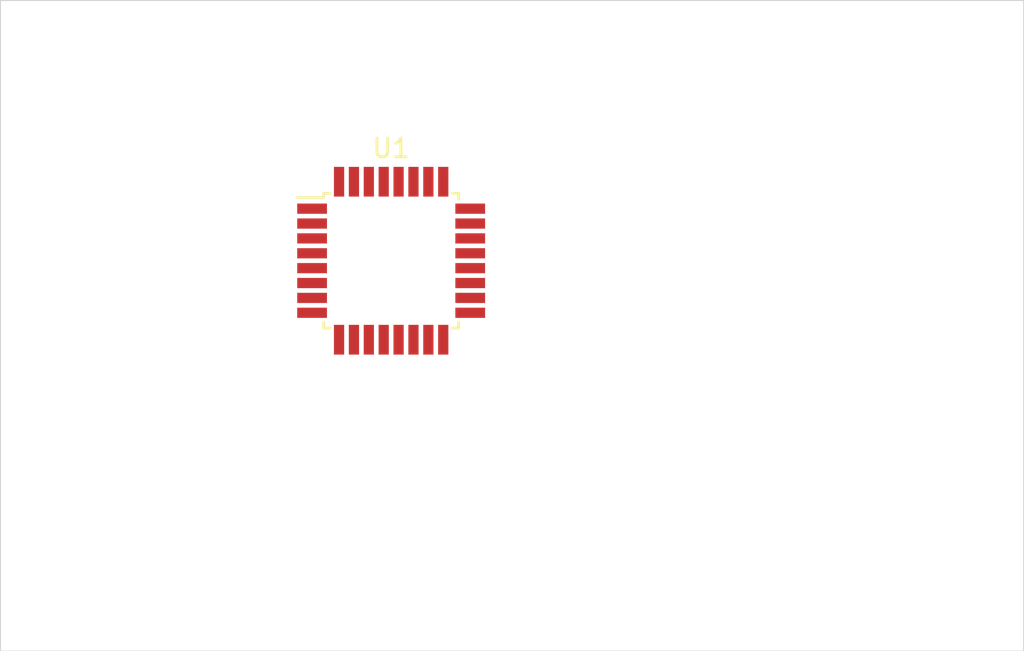
<source format=kicad_pcb>
(kicad_pcb (version 20200512) (host pcbnew "(5.99.0-1662-g9db296991)")

  (general
    (thickness 1.6)
    (drawings 5)
    (tracks 0)
    (modules 1)
    (nets 32)
  )

  (paper "A4")
  (layers
    (0 "F.Cu" signal)
    (31 "B.Cu" signal)
    (32 "B.Adhes" user)
    (33 "F.Adhes" user)
    (34 "B.Paste" user)
    (35 "F.Paste" user)
    (36 "B.SilkS" user)
    (37 "F.SilkS" user)
    (38 "B.Mask" user)
    (39 "F.Mask" user)
    (40 "Dwgs.User" user)
    (41 "Cmts.User" user)
    (42 "Eco1.User" user)
    (43 "Eco2.User" user)
    (44 "Edge.Cuts" user)
    (45 "Margin" user)
    (46 "B.CrtYd" user)
    (47 "F.CrtYd" user)
    (48 "B.Fab" user)
    (49 "F.Fab" user)
  )

  (setup
    (last_trace_width 0.25)
    (trace_clearance 0.2)
    (zone_clearance 0.508)
    (zone_45_only no)
    (trace_min 0.2)
    (clearance_min 0)
    (via_min_annulus 0.05)
    (via_min_size 0.4)
    (through_hole_min 0.3)
    (via_size 0.8)
    (via_drill 0.4)
    (uvia_size 0.3)
    (uvia_drill 0.1)
    (uvias_allowed no)
    (uvia_min_size 0.2)
    (uvia_min_drill 0.1)
    (max_error 0.005)
    (defaults
      (edge_clearance 0.01)
      (edge_cuts_line_width 0.05)
      (courtyard_line_width 0.05)
      (copper_line_width 0.2)
      (copper_text_dims (size 1.5 1.5) (thickness 0.3))
      (silk_line_width 0.12)
      (silk_text_dims (size 1 1) (thickness 0.15))
      (fab_layers_line_width 0.1)
      (fab_layers_text_dims (size 1 1) (thickness 0.15))
      (other_layers_line_width 0.1)
      (other_layers_text_dims (size 1 1) (thickness 0.15))
      (dimension_units 0)
      (dimension_precision 1)
    )
    (pad_size 1.524 1.524)
    (pad_drill 0.762)
    (pad_to_mask_clearance 0.05)
    (aux_axis_origin 0 0)
    (visible_elements FFFFFF7F)
    (pcbplotparams
      (layerselection 0x010fc_ffffffff)
      (usegerberextensions false)
      (usegerberattributes true)
      (usegerberadvancedattributes true)
      (creategerberjobfile true)
      (svguseinch false)
      (svgprecision 6)
      (excludeedgelayer true)
      (linewidth 0.100000)
      (plotframeref false)
      (viasonmask false)
      (mode 1)
      (useauxorigin false)
      (hpglpennumber 1)
      (hpglpenspeed 20)
      (hpglpendiameter 15.000000)
      (psnegative false)
      (psa4output false)
      (plotreference true)
      (plotvalue true)
      (plotinvisibletext false)
      (sketchpadsonfab false)
      (subtractmaskfromsilk false)
      (outputformat 1)
      (mirror false)
      (drillshape 1)
      (scaleselection 1)
      (outputdirectory "")
    )
  )

  (net 0 "")
  (net 1 "Net-(U1-Pad32)")
  (net 2 "Net-(U1-Pad31)")
  (net 3 "Net-(U1-Pad30)")
  (net 4 "Net-(U1-Pad29)")
  (net 5 "Net-(U1-Pad28)")
  (net 6 "Net-(U1-Pad27)")
  (net 7 "Net-(U1-Pad26)")
  (net 8 "Net-(U1-Pad25)")
  (net 9 "Net-(U1-Pad24)")
  (net 10 "Net-(U1-Pad23)")
  (net 11 "Net-(U1-Pad22)")
  (net 12 "Net-(U1-Pad21)")
  (net 13 "Net-(U1-Pad20)")
  (net 14 "Net-(U1-Pad19)")
  (net 15 "Net-(U1-Pad18)")
  (net 16 "Net-(U1-Pad17)")
  (net 17 "Net-(U1-Pad16)")
  (net 18 "Net-(U1-Pad15)")
  (net 19 "Net-(U1-Pad14)")
  (net 20 "Net-(U1-Pad13)")
  (net 21 "Net-(U1-Pad12)")
  (net 22 "Net-(U1-Pad11)")
  (net 23 "Net-(U1-Pad10)")
  (net 24 "Net-(U1-Pad9)")
  (net 25 "Net-(U1-Pad8)")
  (net 26 "Net-(U1-Pad7)")
  (net 27 "Net-(U1-Pad6)")
  (net 28 "Net-(U1-Pad4)")
  (net 29 "Net-(U1-Pad3)")
  (net 30 "Net-(U1-Pad2)")
  (net 31 "Net-(U1-Pad1)")

  (net_class "Default" "This is the default net class."
    (clearance 0.2)
    (trace_width 0.25)
    (via_dia 0.8)
    (via_drill 0.4)
    (uvia_dia 0.3)
    (uvia_drill 0.1)
    (add_net "Net-(U1-Pad1)")
    (add_net "Net-(U1-Pad10)")
    (add_net "Net-(U1-Pad11)")
    (add_net "Net-(U1-Pad12)")
    (add_net "Net-(U1-Pad13)")
    (add_net "Net-(U1-Pad14)")
    (add_net "Net-(U1-Pad15)")
    (add_net "Net-(U1-Pad16)")
    (add_net "Net-(U1-Pad17)")
    (add_net "Net-(U1-Pad18)")
    (add_net "Net-(U1-Pad19)")
    (add_net "Net-(U1-Pad2)")
    (add_net "Net-(U1-Pad20)")
    (add_net "Net-(U1-Pad21)")
    (add_net "Net-(U1-Pad22)")
    (add_net "Net-(U1-Pad23)")
    (add_net "Net-(U1-Pad24)")
    (add_net "Net-(U1-Pad25)")
    (add_net "Net-(U1-Pad26)")
    (add_net "Net-(U1-Pad27)")
    (add_net "Net-(U1-Pad28)")
    (add_net "Net-(U1-Pad29)")
    (add_net "Net-(U1-Pad3)")
    (add_net "Net-(U1-Pad30)")
    (add_net "Net-(U1-Pad31)")
    (add_net "Net-(U1-Pad32)")
    (add_net "Net-(U1-Pad4)")
    (add_net "Net-(U1-Pad6)")
    (add_net "Net-(U1-Pad7)")
    (add_net "Net-(U1-Pad8)")
    (add_net "Net-(U1-Pad9)")
  )

  (module "Package_QFP:TQFP-32_7x7mm_P0.8mm" (layer "F.Cu") (tedit 5A02F146) (tstamp cacfe6c0-7598-4e6e-bff8-86e6524fe9bd)
    (at 33 26)
    (descr "32-Lead Plastic Thin Quad Flatpack (PT) - 7x7x1.0 mm Body, 2.00 mm [TQFP] (see Microchip Packaging Specification 00000049BS.pdf)")
    (tags "QFP 0.8")
    (path "/54e88010-6222-4c67-a48a-9c8cce95194f")
    (attr smd)
    (fp_text reference "U1" (at 0 -6.05) (layer "F.SilkS")
      (effects (font (size 1 1) (thickness 0.15)))
    )
    (fp_text value "ATmega328PB-AU" (at 0 6.05) (layer "F.Fab")
      (effects (font (size 1 1) (thickness 0.15)))
    )
    (fp_line (start -3.625 -3.4) (end -5.05 -3.4) (layer "F.SilkS") (width 0.15))
    (fp_line (start 3.625 -3.625) (end 3.3 -3.625) (layer "F.SilkS") (width 0.15))
    (fp_line (start 3.625 3.625) (end 3.3 3.625) (layer "F.SilkS") (width 0.15))
    (fp_line (start -3.625 3.625) (end -3.3 3.625) (layer "F.SilkS") (width 0.15))
    (fp_line (start -3.625 -3.625) (end -3.3 -3.625) (layer "F.SilkS") (width 0.15))
    (fp_line (start -3.625 3.625) (end -3.625 3.3) (layer "F.SilkS") (width 0.15))
    (fp_line (start 3.625 3.625) (end 3.625 3.3) (layer "F.SilkS") (width 0.15))
    (fp_line (start 3.625 -3.625) (end 3.625 -3.3) (layer "F.SilkS") (width 0.15))
    (fp_line (start -3.625 -3.625) (end -3.625 -3.4) (layer "F.SilkS") (width 0.15))
    (fp_line (start -5.3 5.3) (end 5.3 5.3) (layer "F.CrtYd") (width 0.05))
    (fp_line (start -5.3 -5.3) (end 5.3 -5.3) (layer "F.CrtYd") (width 0.05))
    (fp_line (start 5.3 -5.3) (end 5.3 5.3) (layer "F.CrtYd") (width 0.05))
    (fp_line (start -5.3 -5.3) (end -5.3 5.3) (layer "F.CrtYd") (width 0.05))
    (fp_line (start -3.5 -2.5) (end -2.5 -3.5) (layer "F.Fab") (width 0.15))
    (fp_line (start -3.5 3.5) (end -3.5 -2.5) (layer "F.Fab") (width 0.15))
    (fp_line (start 3.5 3.5) (end -3.5 3.5) (layer "F.Fab") (width 0.15))
    (fp_line (start 3.5 -3.5) (end 3.5 3.5) (layer "F.Fab") (width 0.15))
    (fp_line (start -2.5 -3.5) (end 3.5 -3.5) (layer "F.Fab") (width 0.15))
    (fp_text user "${REFERENCE}" (at 0 0) (layer "F.Fab")
      (effects (font (size 1 1) (thickness 0.15)))
    )
    (pad "32" smd rect (at -2.8 -4.25 90) (size 1.6 0.55) (layers "F.Cu" "F.Paste" "F.Mask")
      (net 1 "Net-(U1-Pad32)") (pinfunction "PD2") (tstamp 53385915-e6ee-4fb7-9500-497ce05dc04e))
    (pad "31" smd rect (at -2 -4.25 90) (size 1.6 0.55) (layers "F.Cu" "F.Paste" "F.Mask")
      (net 2 "Net-(U1-Pad31)") (pinfunction "PD1") (tstamp 3bd16fcf-fcf2-4d2f-8e6c-f6f579e6a1f2))
    (pad "30" smd rect (at -1.2 -4.25 90) (size 1.6 0.55) (layers "F.Cu" "F.Paste" "F.Mask")
      (net 3 "Net-(U1-Pad30)") (pinfunction "PD0") (tstamp 9ffce874-347a-4c0b-9c11-e1d4627bbee6))
    (pad "29" smd rect (at -0.4 -4.25 90) (size 1.6 0.55) (layers "F.Cu" "F.Paste" "F.Mask")
      (net 4 "Net-(U1-Pad29)") (pinfunction "~RESET~/PC6") (tstamp e9cade5b-818e-45fc-8518-750ca9b898da))
    (pad "28" smd rect (at 0.4 -4.25 90) (size 1.6 0.55) (layers "F.Cu" "F.Paste" "F.Mask")
      (net 5 "Net-(U1-Pad28)") (pinfunction "PC5") (tstamp 5ab54c9d-c4c2-4303-9649-d743dccefbb7))
    (pad "27" smd rect (at 1.2 -4.25 90) (size 1.6 0.55) (layers "F.Cu" "F.Paste" "F.Mask")
      (net 6 "Net-(U1-Pad27)") (pinfunction "PC4") (tstamp d447a5c0-2d62-4961-8315-7d33b3bf8759))
    (pad "26" smd rect (at 2 -4.25 90) (size 1.6 0.55) (layers "F.Cu" "F.Paste" "F.Mask")
      (net 7 "Net-(U1-Pad26)") (pinfunction "PC3") (tstamp eb267105-ec24-4768-b75c-59b3e40a295e))
    (pad "25" smd rect (at 2.8 -4.25 90) (size 1.6 0.55) (layers "F.Cu" "F.Paste" "F.Mask")
      (net 8 "Net-(U1-Pad25)") (pinfunction "PC2") (tstamp c96dc949-e5a4-42d9-a353-a59727ccb022))
    (pad "24" smd rect (at 4.25 -2.8) (size 1.6 0.55) (layers "F.Cu" "F.Paste" "F.Mask")
      (net 9 "Net-(U1-Pad24)") (pinfunction "PC1") (tstamp d7a21ae6-2c63-40db-adaf-355a4f05664e))
    (pad "23" smd rect (at 4.25 -2) (size 1.6 0.55) (layers "F.Cu" "F.Paste" "F.Mask")
      (net 10 "Net-(U1-Pad23)") (pinfunction "PC0") (tstamp 1346f859-4097-4948-a03f-17a6ad635cfc))
    (pad "22" smd rect (at 4.25 -1.2) (size 1.6 0.55) (layers "F.Cu" "F.Paste" "F.Mask")
      (net 11 "Net-(U1-Pad22)") (pinfunction "PE3") (tstamp 1a18dc7c-254e-466b-accf-c8e93e2e64b4))
    (pad "21" smd rect (at 4.25 -0.4) (size 1.6 0.55) (layers "F.Cu" "F.Paste" "F.Mask")
      (net 12 "Net-(U1-Pad21)") (pinfunction "GND") (tstamp 32b73cd3-dde8-499a-8b4c-e8a66e2565f7))
    (pad "20" smd rect (at 4.25 0.4) (size 1.6 0.55) (layers "F.Cu" "F.Paste" "F.Mask")
      (net 13 "Net-(U1-Pad20)") (pinfunction "AREF") (tstamp 39f83737-28b9-4074-bd3b-555407fcfd18))
    (pad "19" smd rect (at 4.25 1.2) (size 1.6 0.55) (layers "F.Cu" "F.Paste" "F.Mask")
      (net 14 "Net-(U1-Pad19)") (pinfunction "PE2") (tstamp 3fdccc28-b471-4d28-985c-dc94a6ca57f8))
    (pad "18" smd rect (at 4.25 2) (size 1.6 0.55) (layers "F.Cu" "F.Paste" "F.Mask")
      (net 15 "Net-(U1-Pad18)") (pinfunction "AVCC") (tstamp a225c5a2-6548-4970-b37a-b71d60896c5a))
    (pad "17" smd rect (at 4.25 2.8) (size 1.6 0.55) (layers "F.Cu" "F.Paste" "F.Mask")
      (net 16 "Net-(U1-Pad17)") (pinfunction "PB5") (tstamp 941d0653-a6ba-4412-81a3-ecf721f9689b))
    (pad "16" smd rect (at 2.8 4.25 90) (size 1.6 0.55) (layers "F.Cu" "F.Paste" "F.Mask")
      (net 17 "Net-(U1-Pad16)") (pinfunction "PB4") (tstamp 552bb752-3631-4c5c-8725-22edab122b16))
    (pad "15" smd rect (at 2 4.25 90) (size 1.6 0.55) (layers "F.Cu" "F.Paste" "F.Mask")
      (net 18 "Net-(U1-Pad15)") (pinfunction "PB3") (tstamp 2886bb49-8729-4610-84cd-4f422e7ddd4b))
    (pad "14" smd rect (at 1.2 4.25 90) (size 1.6 0.55) (layers "F.Cu" "F.Paste" "F.Mask")
      (net 19 "Net-(U1-Pad14)") (pinfunction "PB2") (tstamp ce8a3589-51df-470f-9b4d-3052b096c175))
    (pad "13" smd rect (at 0.4 4.25 90) (size 1.6 0.55) (layers "F.Cu" "F.Paste" "F.Mask")
      (net 20 "Net-(U1-Pad13)") (pinfunction "PB1") (tstamp 9de0c75b-19bf-46a6-8af6-943023ce2996))
    (pad "12" smd rect (at -0.4 4.25 90) (size 1.6 0.55) (layers "F.Cu" "F.Paste" "F.Mask")
      (net 21 "Net-(U1-Pad12)") (pinfunction "PB0") (tstamp 5313231c-cc9a-4614-9d57-143947be7689))
    (pad "11" smd rect (at -1.2 4.25 90) (size 1.6 0.55) (layers "F.Cu" "F.Paste" "F.Mask")
      (net 22 "Net-(U1-Pad11)") (pinfunction "PD7") (tstamp 33093328-8d81-4883-be80-6304e5841913))
    (pad "10" smd rect (at -2 4.25 90) (size 1.6 0.55) (layers "F.Cu" "F.Paste" "F.Mask")
      (net 23 "Net-(U1-Pad10)") (pinfunction "PD6") (tstamp d322a9f2-2697-469e-a0db-9f6f8ec13f4a))
    (pad "9" smd rect (at -2.8 4.25 90) (size 1.6 0.55) (layers "F.Cu" "F.Paste" "F.Mask")
      (net 24 "Net-(U1-Pad9)") (pinfunction "PD5") (tstamp 762a57f7-f42b-4acf-848b-a670b9e5057d))
    (pad "8" smd rect (at -4.25 2.8) (size 1.6 0.55) (layers "F.Cu" "F.Paste" "F.Mask")
      (net 25 "Net-(U1-Pad8)") (pinfunction "XTAL2/PB7") (tstamp 07f19b98-4301-4a27-a53b-f0bf8b161e9d))
    (pad "7" smd rect (at -4.25 2) (size 1.6 0.55) (layers "F.Cu" "F.Paste" "F.Mask")
      (net 26 "Net-(U1-Pad7)") (pinfunction "XTAL1/PB6") (tstamp d20339ee-1377-4103-a687-cfa9d7186b9e))
    (pad "6" smd rect (at -4.25 1.2) (size 1.6 0.55) (layers "F.Cu" "F.Paste" "F.Mask")
      (net 27 "Net-(U1-Pad6)") (pinfunction "PE1") (tstamp d296e988-fd1b-403c-9820-1aaca3d92c00))
    (pad "5" smd rect (at -4.25 0.4) (size 1.6 0.55) (layers "F.Cu" "F.Paste" "F.Mask")
      (net 12 "Net-(U1-Pad21)") (pinfunction "GND") (tstamp c2987b3b-5270-4a16-bfe4-4ddf352953aa))
    (pad "4" smd rect (at -4.25 -0.4) (size 1.6 0.55) (layers "F.Cu" "F.Paste" "F.Mask")
      (net 28 "Net-(U1-Pad4)") (pinfunction "VCC") (tstamp e05577e3-27df-4870-96ea-2109c98a76b1))
    (pad "3" smd rect (at -4.25 -1.2) (size 1.6 0.55) (layers "F.Cu" "F.Paste" "F.Mask")
      (net 29 "Net-(U1-Pad3)") (pinfunction "PE0") (tstamp aed944e6-3d51-4359-9ebf-5156af51aa94))
    (pad "2" smd rect (at -4.25 -2) (size 1.6 0.55) (layers "F.Cu" "F.Paste" "F.Mask")
      (net 30 "Net-(U1-Pad2)") (pinfunction "PD4") (tstamp 58c65c2b-93da-4371-b40a-d5a8ae929f05))
    (pad "1" smd rect (at -4.25 -2.8) (size 1.6 0.55) (layers "F.Cu" "F.Paste" "F.Mask")
      (net 31 "Net-(U1-Pad1)") (pinfunction "PD3") (tstamp 851ab186-1488-4041-b9b8-b6d74028c48c))
    (model "${KISYS3DMOD}/Package_QFP.3dshapes/TQFP-32_7x7mm_P0.8mm.wrl"
      (at (xyz 0 0 0))
      (scale (xyz 1 1 1))
      (rotate (xyz 0 0 0))
    )
  )

  (gr_line (start 12 43) (end 12 12) (layer "Edge.Cuts") (width 0.05) (tstamp fa5df91d-bded-47ee-88e6-d05f4cec936f))
  (gr_line (start 12 47) (end 12 43) (layer "Edge.Cuts") (width 0.05) (tstamp 225cc75d-1454-4bdd-8032-e7d811cf538e))
  (gr_line (start 67 47) (end 12 47) (layer "Edge.Cuts") (width 0.05) (tstamp 58f9ea24-41a0-4d1b-a6ea-e758d9e354ec))
  (gr_line (start 67 12) (end 67 47) (layer "Edge.Cuts") (width 0.05) (tstamp 9afef03a-4968-4d64-a98f-51c60df28868))
  (gr_line (start 12 12) (end 67 12) (layer "Edge.Cuts") (width 0.05) (tstamp b79d641a-4ccc-46f3-8b56-3baeaf19432a))

)

</source>
